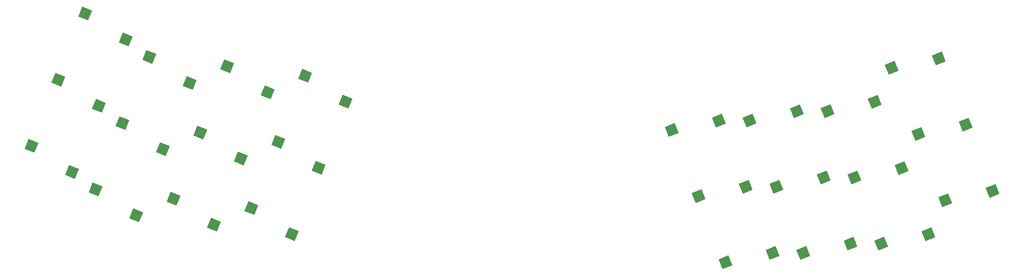
<source format=gbr>
G04 #@! TF.GenerationSoftware,KiCad,Pcbnew,(5.1.4)-1*
G04 #@! TF.CreationDate,2022-11-23T19:10:47-05:00*
G04 #@! TF.ProjectId,ThumbsUp,5468756d-6273-4557-902e-6b696361645f,rev?*
G04 #@! TF.SameCoordinates,Original*
G04 #@! TF.FileFunction,Paste,Bot*
G04 #@! TF.FilePolarity,Positive*
%FSLAX46Y46*%
G04 Gerber Fmt 4.6, Leading zero omitted, Abs format (unit mm)*
G04 Created by KiCad (PCBNEW (5.1.4)-1) date 2022-11-23 19:10:47*
%MOMM*%
%LPD*%
G04 APERTURE LIST*
%ADD10C,2.600000*%
%ADD11C,0.100000*%
G04 APERTURE END LIST*
D10*
X253119859Y-299813103D03*
D11*
G36*
X253838209Y-298120775D02*
G01*
X254812187Y-300531453D01*
X252401509Y-301505431D01*
X251427531Y-299094753D01*
X253838209Y-298120775D01*
X253838209Y-298120775D01*
G37*
D10*
X264652967Y-297526201D03*
D11*
G36*
X265371317Y-295833873D02*
G01*
X266345295Y-298244551D01*
X263934617Y-299218529D01*
X262960639Y-296807851D01*
X265371317Y-295833873D01*
X265371317Y-295833873D01*
G37*
D10*
X246564243Y-283587386D03*
D11*
G36*
X247282593Y-281895058D02*
G01*
X248256571Y-284305736D01*
X245845893Y-285279714D01*
X244871915Y-282869036D01*
X247282593Y-281895058D01*
X247282593Y-281895058D01*
G37*
D10*
X258097351Y-281300484D03*
D11*
G36*
X258815701Y-279608156D02*
G01*
X259789679Y-282018834D01*
X257379001Y-282992812D01*
X256405023Y-280582134D01*
X258815701Y-279608156D01*
X258815701Y-279608156D01*
G37*
D10*
X240008628Y-267361668D03*
D11*
G36*
X240726978Y-265669340D02*
G01*
X241700956Y-268080018D01*
X239290278Y-269053996D01*
X238316300Y-266643318D01*
X240726978Y-265669340D01*
X240726978Y-265669340D01*
G37*
D10*
X251541736Y-265074766D03*
D11*
G36*
X252260086Y-263382438D02*
G01*
X253234064Y-265793116D01*
X250823386Y-266767094D01*
X249849408Y-264356416D01*
X252260086Y-263382438D01*
X252260086Y-263382438D01*
G37*
D10*
X237465384Y-310452061D03*
D11*
G36*
X238183734Y-308759733D02*
G01*
X239157712Y-311170411D01*
X236747034Y-312144389D01*
X235773056Y-309733711D01*
X238183734Y-308759733D01*
X238183734Y-308759733D01*
G37*
D10*
X248998492Y-308165159D03*
D11*
G36*
X249716842Y-306472831D02*
G01*
X250690820Y-308883509D01*
X248280142Y-309857487D01*
X247306164Y-307446809D01*
X249716842Y-306472831D01*
X249716842Y-306472831D01*
G37*
D10*
X230909769Y-294226343D03*
D11*
G36*
X231628119Y-292534015D02*
G01*
X232602097Y-294944693D01*
X230191419Y-295918671D01*
X229217441Y-293507993D01*
X231628119Y-292534015D01*
X231628119Y-292534015D01*
G37*
D10*
X242442877Y-291939441D03*
D11*
G36*
X243161227Y-290247113D02*
G01*
X244135205Y-292657791D01*
X241724527Y-293631769D01*
X240750549Y-291221091D01*
X243161227Y-290247113D01*
X243161227Y-290247113D01*
G37*
D10*
X224354153Y-278000626D03*
D11*
G36*
X225072503Y-276308298D02*
G01*
X226046481Y-278718976D01*
X223635803Y-279692954D01*
X222661825Y-277282276D01*
X225072503Y-276308298D01*
X225072503Y-276308298D01*
G37*
D10*
X235887261Y-275713724D03*
D11*
G36*
X236605611Y-274021396D02*
G01*
X237579589Y-276432074D01*
X235168911Y-277406052D01*
X234194933Y-274995374D01*
X236605611Y-274021396D01*
X236605611Y-274021396D01*
G37*
D10*
X218439450Y-312746363D03*
D11*
G36*
X219157800Y-311054035D02*
G01*
X220131778Y-313464713D01*
X217721100Y-314438691D01*
X216747122Y-312028013D01*
X219157800Y-311054035D01*
X219157800Y-311054035D01*
G37*
D10*
X229972558Y-310459461D03*
D11*
G36*
X230690908Y-308767133D02*
G01*
X231664886Y-311177811D01*
X229254208Y-312151789D01*
X228280230Y-309741111D01*
X230690908Y-308767133D01*
X230690908Y-308767133D01*
G37*
D10*
X211883834Y-296520646D03*
D11*
G36*
X212602184Y-294828318D02*
G01*
X213576162Y-297238996D01*
X211165484Y-298212974D01*
X210191506Y-295802296D01*
X212602184Y-294828318D01*
X212602184Y-294828318D01*
G37*
D10*
X223416942Y-294233744D03*
D11*
G36*
X224135292Y-292541416D02*
G01*
X225109270Y-294952094D01*
X222698592Y-295926072D01*
X221724614Y-293515394D01*
X224135292Y-292541416D01*
X224135292Y-292541416D01*
G37*
D10*
X205328219Y-280294929D03*
D11*
G36*
X206046569Y-278602601D02*
G01*
X207020547Y-281013279D01*
X204609869Y-281987257D01*
X203635891Y-279576579D01*
X206046569Y-278602601D01*
X206046569Y-278602601D01*
G37*
D10*
X216861327Y-278008027D03*
D11*
G36*
X217579677Y-276315699D02*
G01*
X218553655Y-278726377D01*
X216142977Y-279700355D01*
X215168999Y-277289677D01*
X217579677Y-276315699D01*
X217579677Y-276315699D01*
G37*
D10*
X199413515Y-315040666D03*
D11*
G36*
X200131865Y-313348338D02*
G01*
X201105843Y-315759016D01*
X198695165Y-316732994D01*
X197721187Y-314322316D01*
X200131865Y-313348338D01*
X200131865Y-313348338D01*
G37*
D10*
X210946623Y-312753764D03*
D11*
G36*
X211664973Y-311061436D02*
G01*
X212638951Y-313472114D01*
X210228273Y-314446092D01*
X209254295Y-312035414D01*
X211664973Y-311061436D01*
X211664973Y-311061436D01*
G37*
D10*
X192857900Y-298814949D03*
D11*
G36*
X193576250Y-297122621D02*
G01*
X194550228Y-299533299D01*
X192139550Y-300507277D01*
X191165572Y-298096599D01*
X193576250Y-297122621D01*
X193576250Y-297122621D01*
G37*
D10*
X204391008Y-296528047D03*
D11*
G36*
X205109358Y-294835719D02*
G01*
X206083336Y-297246397D01*
X203672658Y-298220375D01*
X202698680Y-295809697D01*
X205109358Y-294835719D01*
X205109358Y-294835719D01*
G37*
D10*
X186302285Y-282589231D03*
D11*
G36*
X187020635Y-280896903D02*
G01*
X187994613Y-283307581D01*
X185583935Y-284281559D01*
X184609957Y-281870881D01*
X187020635Y-280896903D01*
X187020635Y-280896903D01*
G37*
D10*
X197835393Y-280302329D03*
D11*
G36*
X198553743Y-278610001D02*
G01*
X199527721Y-281020679D01*
X197117043Y-281994657D01*
X196143065Y-279583979D01*
X198553743Y-278610001D01*
X198553743Y-278610001D01*
G37*
D10*
X93531006Y-308110213D03*
D11*
G36*
X91838678Y-308828563D02*
G01*
X92812656Y-306417885D01*
X95223334Y-307391863D01*
X94249356Y-309802541D01*
X91838678Y-308828563D01*
X91838678Y-308828563D01*
G37*
D10*
X83646167Y-301743702D03*
D11*
G36*
X81953839Y-302462052D02*
G01*
X82927817Y-300051374D01*
X85338495Y-301025352D01*
X84364517Y-303436030D01*
X81953839Y-302462052D01*
X81953839Y-302462052D01*
G37*
D10*
X100086621Y-291884496D03*
D11*
G36*
X98394293Y-292602846D02*
G01*
X99368271Y-290192168D01*
X101778949Y-291166146D01*
X100804971Y-293576824D01*
X98394293Y-292602846D01*
X98394293Y-292602846D01*
G37*
D10*
X90201782Y-285517985D03*
D11*
G36*
X88509454Y-286236335D02*
G01*
X89483432Y-283825657D01*
X91894110Y-284799635D01*
X90920132Y-287210313D01*
X88509454Y-286236335D01*
X88509454Y-286236335D01*
G37*
D10*
X106642237Y-275658778D03*
D11*
G36*
X104949909Y-276377128D02*
G01*
X105923887Y-273966450D01*
X108334565Y-274940428D01*
X107360587Y-277351106D01*
X104949909Y-276377128D01*
X104949909Y-276377128D01*
G37*
D10*
X96757398Y-269292267D03*
D11*
G36*
X95065070Y-270010617D02*
G01*
X96039048Y-267599939D01*
X98449726Y-268573917D01*
X97475748Y-270984595D01*
X95065070Y-270010617D01*
X95065070Y-270010617D01*
G37*
D10*
X74505072Y-305815911D03*
D11*
G36*
X72812744Y-306534261D02*
G01*
X73786722Y-304123583D01*
X76197400Y-305097561D01*
X75223422Y-307508239D01*
X72812744Y-306534261D01*
X72812744Y-306534261D01*
G37*
D10*
X64620233Y-299449400D03*
D11*
G36*
X62927905Y-300167750D02*
G01*
X63901883Y-297757072D01*
X66312561Y-298731050D01*
X65338583Y-301141728D01*
X62927905Y-300167750D01*
X62927905Y-300167750D01*
G37*
D10*
X81060687Y-289590193D03*
D11*
G36*
X79368359Y-290308543D02*
G01*
X80342337Y-287897865D01*
X82753015Y-288871843D01*
X81779037Y-291282521D01*
X79368359Y-290308543D01*
X79368359Y-290308543D01*
G37*
D10*
X71175848Y-283223682D03*
D11*
G36*
X69483520Y-283942032D02*
G01*
X70457498Y-281531354D01*
X72868176Y-282505332D01*
X71894198Y-284916010D01*
X69483520Y-283942032D01*
X69483520Y-283942032D01*
G37*
D10*
X87616302Y-273364476D03*
D11*
G36*
X85923974Y-274082826D02*
G01*
X86897952Y-271672148D01*
X89308630Y-272646126D01*
X88334652Y-275056804D01*
X85923974Y-274082826D01*
X85923974Y-274082826D01*
G37*
D10*
X77731463Y-266997965D03*
D11*
G36*
X76039135Y-267716315D02*
G01*
X77013113Y-265305637D01*
X79423791Y-266279615D01*
X78449813Y-268690293D01*
X76039135Y-267716315D01*
X76039135Y-267716315D01*
G37*
D10*
X55479137Y-303521608D03*
D11*
G36*
X53786809Y-304239958D02*
G01*
X54760787Y-301829280D01*
X57171465Y-302803258D01*
X56197487Y-305213936D01*
X53786809Y-304239958D01*
X53786809Y-304239958D01*
G37*
D10*
X45594298Y-297155097D03*
D11*
G36*
X43901970Y-297873447D02*
G01*
X44875948Y-295462769D01*
X47286626Y-296436747D01*
X46312648Y-298847425D01*
X43901970Y-297873447D01*
X43901970Y-297873447D01*
G37*
D10*
X62034753Y-287295890D03*
D11*
G36*
X60342425Y-288014240D02*
G01*
X61316403Y-285603562D01*
X63727081Y-286577540D01*
X62753103Y-288988218D01*
X60342425Y-288014240D01*
X60342425Y-288014240D01*
G37*
D10*
X52149914Y-280929379D03*
D11*
G36*
X50457586Y-281647729D02*
G01*
X51431564Y-279237051D01*
X53842242Y-280211029D01*
X52868264Y-282621707D01*
X50457586Y-281647729D01*
X50457586Y-281647729D01*
G37*
D10*
X68590368Y-271070173D03*
D11*
G36*
X66898040Y-271788523D02*
G01*
X67872018Y-269377845D01*
X70282696Y-270351823D01*
X69308718Y-272762501D01*
X66898040Y-271788523D01*
X66898040Y-271788523D01*
G37*
D10*
X58705529Y-264703662D03*
D11*
G36*
X57013201Y-265422012D02*
G01*
X57987179Y-263011334D01*
X60397857Y-263985312D01*
X59423879Y-266395990D01*
X57013201Y-265422012D01*
X57013201Y-265422012D01*
G37*
D10*
X39824662Y-292882650D03*
D11*
G36*
X38132334Y-293601000D02*
G01*
X39106312Y-291190322D01*
X41516990Y-292164300D01*
X40543012Y-294574978D01*
X38132334Y-293601000D01*
X38132334Y-293601000D01*
G37*
D10*
X29939823Y-286516139D03*
D11*
G36*
X28247495Y-287234489D02*
G01*
X29221473Y-284823811D01*
X31632151Y-285797789D01*
X30658173Y-288208467D01*
X28247495Y-287234489D01*
X28247495Y-287234489D01*
G37*
D10*
X46380278Y-276656933D03*
D11*
G36*
X44687950Y-277375283D02*
G01*
X45661928Y-274964605D01*
X48072606Y-275938583D01*
X47098628Y-278349261D01*
X44687950Y-277375283D01*
X44687950Y-277375283D01*
G37*
D10*
X36495439Y-270290422D03*
D11*
G36*
X34803111Y-271008772D02*
G01*
X35777089Y-268598094D01*
X38187767Y-269572072D01*
X37213789Y-271982750D01*
X34803111Y-271008772D01*
X34803111Y-271008772D01*
G37*
D10*
X52935893Y-260431216D03*
D11*
G36*
X51243565Y-261149566D02*
G01*
X52217543Y-258738888D01*
X54628221Y-259712866D01*
X53654243Y-262123544D01*
X51243565Y-261149566D01*
X51243565Y-261149566D01*
G37*
D10*
X43051054Y-254064705D03*
D11*
G36*
X41358726Y-254783055D02*
G01*
X42332704Y-252372377D01*
X44743382Y-253346355D01*
X43769404Y-255757033D01*
X41358726Y-254783055D01*
X41358726Y-254783055D01*
G37*
M02*

</source>
